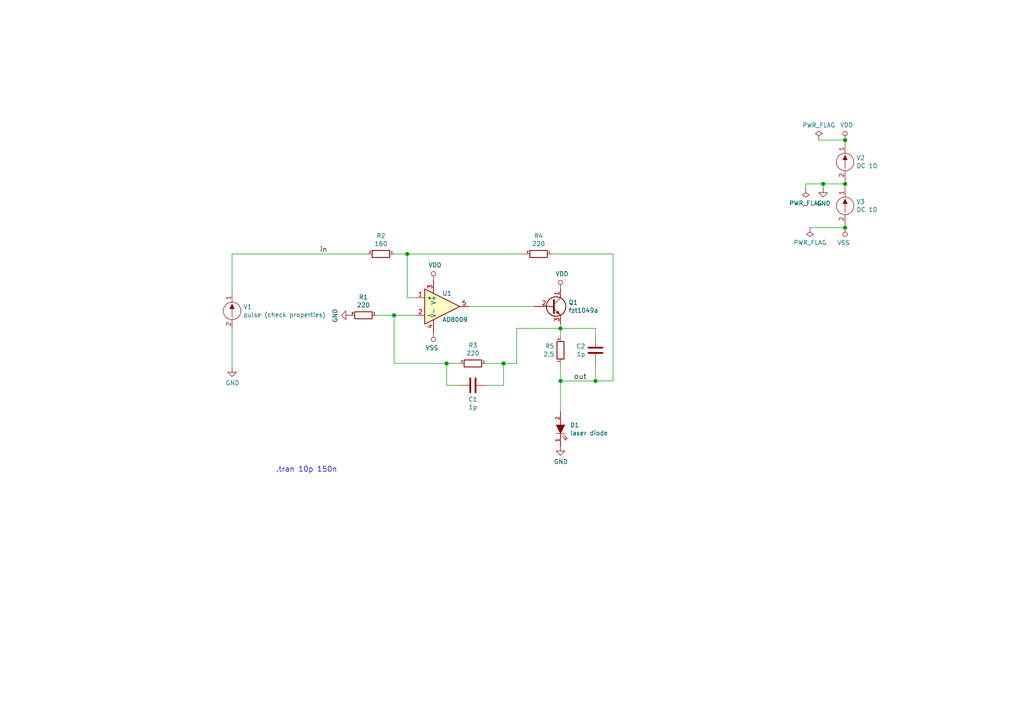
<source format=kicad_sch>
(kicad_sch (version 20220404) (generator eeschema)
  (paper "A4")
  (lib_symbols
    (symbol "R_1" (pin_names (offset 0) hide)
      (property "Reference" "R" (at 2.032 0 90))
      (property "Value" "R_1" (at 0 0 90))
      (symbol "R_1_0_1"
        (rectangle (start -1.016 -2.54) (end 1.016 2.54) (stroke (width 0.254)))
      )
      (symbol "R_1_1_1"
        (pin passive line (at 0 3.81 270) (length 1.27) (name "1") (number "1"))
        (pin passive line (at 0 -3.81 90) (length 1.27) (name "2") (number "2"))
      )
    )
    (symbol "R_2" (pin_names (offset 0) hide)
      (property "Reference" "R" (at 2.032 0 90))
      (property "Value" "R_2" (at 0 0 90))
      (symbol "R_2_0_1"
        (rectangle (start -1.016 -2.54) (end 1.016 2.54) (stroke (width 0.254)))
      )
      (symbol "R_2_1_1"
        (pin passive line (at 0 3.81 270) (length 1.27) (name "1") (number "1"))
        (pin passive line (at 0 -3.81 90) (length 1.27) (name "2") (number "2"))
      )
    )
    (symbol "R_3" (pin_names (offset 0) hide)
      (property "Reference" "R" (at 2.032 0 90))
      (property "Value" "R_3" (at 0 0 90))
      (symbol "R_3_0_1"
        (rectangle (start -1.016 -2.54) (end 1.016 2.54) (stroke (width 0.254)))
      )
      (symbol "R_3_1_1"
        (pin passive line (at 0 3.81 270) (length 1.27) (name "1") (number "1"))
        (pin passive line (at 0 -3.81 90) (length 1.27) (name "2") (number "2"))
      )
    )
    (symbol "R_4" (pin_names (offset 0) hide)
      (property "Reference" "R" (at 2.032 0 90))
      (property "Value" "R_4" (at 0 0 90))
      (symbol "R_4_0_1"
        (rectangle (start -1.016 -2.54) (end 1.016 2.54) (stroke (width 0.254)))
      )
      (symbol "R_4_1_1"
        (pin passive line (at 0 3.81 270) (length 1.27) (name "1") (number "1"))
        (pin passive line (at 0 -3.81 90) (length 1.27) (name "2") (number "2"))
      )
    )
    (symbol "laser_driver_schlib:C" (pin_numbers hide) (pin_names (offset 0.254))
      (property "Reference" "C" (at 0.635 2.54 0))
      (property "Value" "C" (at 0.635 -2.54 0))
      (symbol "C_0_1"
        (polyline (pts (xy -2.032 -0.762) (xy 2.032 -0.762)) (stroke (width 0.508)))
        (polyline (pts (xy -2.032 0.762) (xy 2.032 0.762)) (stroke (width 0.508)))
      )
      (symbol "C_1_1"
        (pin passive line (at 0 3.81 270) (length 2.794) (name "~") (number "1"))
        (pin passive line (at 0 -3.81 90) (length 2.794) (name "~") (number "2"))
      )
    )
    (symbol "laser_driver_schlib:GND" (power) (pin_names (offset 0))
      (property "Value" "GND" (at 0 -3.81 0))
      (symbol "GND_0_1"
        (polyline (pts (xy 0 0) (xy 0 -1.27) (xy 1.27 -1.27) (xy 0 -2.54) (xy -1.27 -1.27) (xy 0 -1.27)))
      )
      (symbol "GND_1_1"
        (pin power_in line (at 0 0 270) (length 0) hide (name "GND") (number "1"))
      )
    )
    (symbol "laser_driver_schlib:Generic_Opamp"
      (property "Reference" "U" (at 0 6.35 0))
      (property "Value" "Generic_Opamp" (at 0 3.81 0))
      (symbol "Generic_Opamp_0_1"
        (polyline (pts (xy -5.08 5.08) (xy 5.08 0) (xy -5.08 -5.08) (xy -5.08 5.08)) (stroke (width 0.254)) (fill (type background)))
      )
      (symbol "Generic_Opamp_1_1"
        (pin input line (at -7.62 2.54 0) (length 2.54) (name "+") (number "1"))
        (pin input line (at -7.62 -2.54 0) (length 2.54) (name "-") (number "2"))
        (pin power_in line (at -2.54 7.62 270) (length 3.81) (name "V+") (number "3"))
        (pin power_in line (at -2.54 -7.62 90) (length 3.81) (name "V-") (number "4"))
        (pin output line (at 7.62 0 180) (length 2.54) (name "~") (number "5"))
      )
    )
    (symbol "laser_driver_schlib:LED" (pin_names (offset 1.016) hide)
      (property "Reference" "D" (at 0 2.54 0))
      (property "Value" "LED" (at 0 -2.54 0))
      (symbol "LED_0_1"
        (polyline (pts (xy -1.27 1.27) (xy -1.27 -1.27)))
        (polyline (pts (xy -2.032 -0.635) (xy -3.175 -1.651) (xy -3.048 -1.016)))
        (polyline (pts (xy -1.651 -1.016) (xy -2.794 -2.032) (xy -2.667 -1.397)))
        (polyline (pts (xy 1.27 1.27) (xy -1.27 0) (xy 1.27 -1.27)) (fill (type outline)))
      )
      (symbol "LED_1_1"
        (pin passive line (at -5.08 0 0) (length 3.81) (name "K") (number "1"))
        (pin passive line (at 5.08 0 180) (length 3.81) (name "A") (number "2"))
      )
    )
    (symbol "laser_driver_schlib:Q_NPN_CBE" (pin_names (offset 0) hide)
      (property "Reference" "Q" (at 7.62 1.27 0))
      (property "Value" "Q_NPN_CBE" (at 15.24 -1.27 0))
      (symbol "Q_NPN_CBE_0_1"
        (polyline (pts (xy 0.635 0.635) (xy 2.54 2.54)))
        (polyline (pts (xy 0.635 -0.635) (xy 2.54 -2.54) (xy 2.54 -2.54)))
        (polyline (pts (xy 0.635 1.905) (xy 0.635 -1.905) (xy 0.635 -1.905)) (stroke (width 0.508)))
        (polyline (pts (xy 1.27 -1.778) (xy 1.778 -1.27) (xy 2.286 -2.286) (xy 1.27 -1.778) (xy 1.27 -1.778)) (fill (type outline)))
        (circle (center 1.27 0) (radius 2.8194) (stroke (width 0.254)))
      )
      (symbol "Q_NPN_CBE_1_1"
        (pin passive line (at 2.54 5.08 270) (length 2.54) (name "C") (number "1"))
        (pin input line (at -5.08 0 0) (length 5.715) (name "B") (number "2"))
        (pin passive line (at 2.54 -5.08 90) (length 2.54) (name "E") (number "3"))
      )
    )
    (symbol "laser_driver_schlib:R" (pin_names (offset 0) hide)
      (property "Reference" "R" (at 2.032 0 90))
      (property "Value" "R" (at 0 0 90))
      (symbol "R_0_1"
        (rectangle (start -1.016 -2.54) (end 1.016 2.54) (stroke (width 0.254)))
      )
      (symbol "R_1_1"
        (pin passive line (at 0 3.81 270) (length 1.27) (name "1") (number "1"))
        (pin passive line (at 0 -3.81 90) (length 1.27) (name "2") (number "2"))
      )
    )
    (symbol "laser_driver_schlib:VDD" (power) (pin_names (offset 0))
      (property "Value" "VDD" (at 0 3.81 0))
      (symbol "VDD_0_1"
        (polyline (pts (xy 0 0) (xy 0 1.27)))
        (circle (center 0 1.905) (radius 0.635))
      )
      (symbol "VDD_1_1"
        (pin power_in line (at 0 0 90) (length 0) hide (name "VDD") (number "1"))
      )
    )
    (symbol "laser_driver_schlib:VSOURCE" (pin_names (offset 1.016))
      (property "Reference" "V" (at 5.08 5.08 0))
      (symbol "VSOURCE_0_1"
        (polyline (pts (xy 0 -1.905) (xy 0 1.905)))
        (polyline (pts (xy 0 1.905) (xy -0.635 0.635) (xy 0.635 0.635) (xy 0 1.905)) (fill (type outline)))
        (circle (center 0 0) (radius 2.54))
      )
      (symbol "VSOURCE_1_1"
        (pin input line (at 0 5.08 270) (length 2.54) (name "~") (number "1"))
        (pin input line (at 0 -5.08 90) (length 2.54) (name "~") (number "2"))
      )
    )
    (symbol "laser_driver_schlib:VSS" (power) (pin_names (offset 0))
      (property "Value" "VSS" (at 0 3.81 0))
      (symbol "VSS_0_1"
        (polyline (pts (xy 0 0) (xy 0 1.27)))
        (circle (center 0 1.905) (radius 0.635))
      )
      (symbol "VSS_1_1"
        (pin power_in line (at 0 0 90) (length 0) hide (name "VSS") (number "1"))
      )
    )
    (symbol "power:PWR_FLAG" (power) (pin_numbers hide) (pin_names (offset 0) hide)
      (property "Value" "PWR_FLAG" (at 0 3.81 0))
      (symbol "PWR_FLAG_0_0"
        (pin power_out line (at 0 0 90) (length 0) (name "pwr") (number "1"))
      )
      (symbol "PWR_FLAG_0_1"
        (polyline (pts (xy 0 0) (xy 0 1.27) (xy -1.016 1.905) (xy 0 2.54) (xy 1.016 1.905) (xy 0 1.27)))
      )
    )
  )
  (junction (at 238.76 53.34) (diameter 1.016))
  (junction (at 146.05 105.41) (diameter 1.016))
  (junction (at 245.11 53.34) (diameter 1.016))
  (junction (at 162.56 95.25) (diameter 1.016))
  (junction (at 118.11 73.66) (diameter 1.016))
  (junction (at 245.11 66.04) (diameter 1.016))
  (junction (at 114.3 91.44) (diameter 1.016))
  (junction (at 129.54 105.41) (diameter 1.016))
  (junction (at 172.72 110.49) (diameter 1.016))
  (junction (at 162.56 110.49) (diameter 1.016))
  (junction (at 245.11 40.64) (diameter 1.016))
  (wire (pts (xy 162.56 110.49) (xy 162.56 119.38)))
  (wire (pts (xy 114.3 105.41) (xy 114.3 91.44)))
  (wire (pts (xy 146.05 111.76) (xy 146.05 105.41)))
  (wire (pts (xy 149.86 105.41) (xy 149.86 95.25)))
  (wire (pts (xy 67.31 106.68) (xy 67.31 95.25)))
  (wire (pts (xy 160.02 73.66) (xy 177.8 73.66)))
  (wire (pts (xy 129.54 105.41) (xy 133.35 105.41)))
  (wire (pts (xy 67.31 73.66) (xy 67.31 85.09)))
  (wire (pts (xy 114.3 105.41) (xy 129.54 105.41)))
  (wire (pts (xy 233.68 53.34) (xy 233.68 54.61)))
  (wire (pts (xy 114.3 91.44) (xy 120.65 91.44)))
  (wire (pts (xy 118.11 73.66) (xy 152.4 73.66)))
  (wire (pts (xy 245.11 53.34) (xy 245.11 54.61)))
  (wire (pts (xy 162.56 110.49) (xy 172.72 110.49)))
  (wire (pts (xy 245.11 40.64) (xy 245.11 41.91)))
  (wire (pts (xy 140.97 111.76) (xy 146.05 111.76)))
  (wire (pts (xy 146.05 105.41) (xy 149.86 105.41)))
  (wire (pts (xy 129.54 111.76) (xy 133.35 111.76)))
  (wire (pts (xy 172.72 110.49) (xy 177.8 110.49)))
  (wire (pts (xy 140.97 105.41) (xy 146.05 105.41)))
  (wire (pts (xy 245.11 52.07) (xy 245.11 53.34)))
  (wire (pts (xy 162.56 93.98) (xy 162.56 95.25)))
  (wire (pts (xy 237.49 40.64) (xy 245.11 40.64)))
  (wire (pts (xy 238.76 53.34) (xy 238.76 54.61)))
  (wire (pts (xy 149.86 95.25) (xy 162.56 95.25)))
  (wire (pts (xy 172.72 110.49) (xy 172.72 105.41)))
  (wire (pts (xy 177.8 73.66) (xy 177.8 110.49)))
  (wire (pts (xy 120.65 86.36) (xy 118.11 86.36)))
  (wire (pts (xy 238.76 53.34) (xy 245.11 53.34)))
  (wire (pts (xy 234.95 66.04) (xy 245.11 66.04)))
  (wire (pts (xy 245.11 66.04) (xy 245.11 64.77)))
  (wire (pts (xy 129.54 105.41) (xy 129.54 111.76)))
  (wire (pts (xy 135.89 88.9) (xy 154.94 88.9)))
  (wire (pts (xy 106.68 73.66) (xy 67.31 73.66)))
  (wire (pts (xy 233.68 53.34) (xy 238.76 53.34)))
  (wire (pts (xy 109.22 91.44) (xy 114.3 91.44)))
  (wire (pts (xy 162.56 105.41) (xy 162.56 110.49)))
  (wire (pts (xy 162.56 95.25) (xy 162.56 97.79)))
  (wire (pts (xy 172.72 95.25) (xy 172.72 97.79)))
  (wire (pts (xy 162.56 95.25) (xy 172.72 95.25)))
  (wire (pts (xy 118.11 86.36) (xy 118.11 73.66)))
  (wire (pts (xy 114.3 73.66) (xy 118.11 73.66)))
  (text ".tran 10p 150n" (at 80.01 137.16 0) (effects (font (size 1.524 1.524)) (justify left bottom)))
  (label "in" (at 92.71 73.66 0) (effects (font (size 1.524 1.524))))
  (label "out" (at 166.37 110.49 0) (effects (font (size 1.524 1.524))))
  (symbol (lib_id "laser_driver_schlib:VSOURCE") (at 67.31 90.17 0) (unit 1)
    (default_instance (reference "U") (unit 1) (value "") (footprint ""))
    (property "Reference" "V1" (at 70.5612 89.0016 0) (effects (justify left)))
    (property "Value" "pulse (check properties)" (at 70.5612 91.313 0) (effects (justify left)))
    (property "Spice_Primitive" "V" (effects hide))
    (property "Spice_Model" "pulse(0 3 100n 1n 1n 20n 100n )" (effects hide))
  )
  (symbol (lib_id "laser_driver_schlib:Generic_Opamp") (at 128.27 88.9 0) (unit 1)
    (default_instance (reference "U") (unit 1) (value "") (footprint ""))
    (property "Reference" "U1" (at 128.27 85.09 0) (effects (justify left)))
    (property "Value" "AD8009" (at 128.27 92.71 0) (effects (justify left)))
    (property "Fieldname" "Value" (effects hide))
    (property "Spice_Primitive" "X" (effects hide))
    (property "Spice_Model" "ad8009" (effects hide))
    (property "Spice_Netlist_Enabled" "Y" (effects hide))
    (property "Spice_Lib_File" "ad8009.lib" (effects hide))
  )
  (symbol (lib_id "laser_driver_schlib:VSOURCE") (at 245.11 46.99 0) (unit 1)
    (default_instance (reference "U") (unit 1) (value "") (footprint ""))
    (property "Reference" "V2" (at 248.3612 45.8216 0) (effects (justify left)))
    (property "Value" "DC 10" (at 248.3612 48.133 0) (effects (justify left)))
    (property "Fieldname" "Value" (effects hide))
    (property "Spice_Primitive" "V" (effects hide))
    (property "Spice_Node_Sequence" "1 2" (effects hide))
  )
  (symbol (lib_id "laser_driver_schlib:VSOURCE") (at 245.11 59.69 0) (unit 1)
    (default_instance (reference "U") (unit 1) (value "") (footprint ""))
    (property "Reference" "V3" (at 248.3612 58.5216 0) (effects (justify left)))
    (property "Value" "DC 10" (at 248.3612 60.833 0) (effects (justify left)))
    (property "Fieldname" "Value" (effects hide))
    (property "Spice_Primitive" "V" (effects hide))
    (property "Spice_Node_Sequence" "1 2" (effects hide))
  )
  (symbol (lib_id "laser_driver_schlib:GND") (at 238.76 54.61 0) (unit 1)
    (default_instance (reference "U") (unit 1) (value "") (footprint ""))
    (property "Reference" "#PWR07" (effects hide))
    (property "Value" "GND" (at 238.887 59.0042 0))
  )
  (symbol (lib_id "laser_driver_schlib:VDD") (at 245.11 40.64 0) (unit 1)
    (default_instance (reference "U") (unit 1) (value "") (footprint ""))
    (property "Reference" "#PWR08" (effects hide))
    (property "Value" "VDD" (at 245.5418 36.2458 0))
  )
  (symbol (lib_id "laser_driver_schlib:VSS") (at 245.11 66.04 180) (unit 1)
    (default_instance (reference "U") (unit 1) (value "") (footprint ""))
    (property "Reference" "#PWR09" (effects hide))
    (property "Value" "VSS" (at 244.6528 70.4342 0))
  )
  (symbol (lib_id "laser_driver_schlib:VDD") (at 125.73 81.28 0) (unit 1)
    (default_instance (reference "U") (unit 1) (value "") (footprint ""))
    (property "Reference" "#PWR03" (effects hide))
    (property "Value" "VDD" (at 126.1618 76.8858 0))
  )
  (symbol (lib_id "laser_driver_schlib:VSS") (at 125.73 96.52 180) (unit 1)
    (default_instance (reference "U") (unit 1) (value "") (footprint ""))
    (property "Reference" "#PWR04" (effects hide))
    (property "Value" "VSS" (at 125.2728 100.9142 0))
  )
  (symbol (lib_id "laser_driver_schlib:C") (at 172.72 101.6 180) (unit 1)
    (default_instance (reference "U") (unit 1) (value "") (footprint ""))
    (property "Reference" "C2" (at 169.799 100.4316 0) (effects (justify left)))
    (property "Value" "1p" (at 169.799 102.743 0) (effects (justify left)))
  )
  (symbol (lib_id "laser_driver_schlib:R") (at 162.56 101.6 180) (unit 1)
    (default_instance (reference "U") (unit 1) (value "") (footprint ""))
    (property "Reference" "R5" (at 160.8074 100.4316 0) (effects (justify left)))
    (property "Value" "2.5" (at 160.8074 102.743 0) (effects (justify left)))
  )
  (symbol (lib_name "R_1") (lib_id "laser_driver_schlib:R") (at 105.41 91.44 270) (unit 1)
    (default_instance (reference "U") (unit 1) (value "") (footprint ""))
    (property "Reference" "R1" (at 105.41 86.1822 90))
    (property "Value" "220" (at 105.41 88.4936 90))
  )
  (symbol (lib_name "R_4") (lib_id "laser_driver_schlib:R") (at 137.16 105.41 270) (unit 1)
    (default_instance (reference "U") (unit 1) (value "") (footprint ""))
    (property "Reference" "R3" (at 137.16 100.1522 90))
    (property "Value" "220" (at 137.16 102.4636 90))
  )
  (symbol (lib_id "laser_driver_schlib:Q_NPN_CBE") (at 160.02 88.9 0) (unit 1)
    (default_instance (reference "U") (unit 1) (value "") (footprint ""))
    (property "Reference" "Q1" (at 164.8714 87.7316 0) (effects (justify left)))
    (property "Value" "fzt1049a" (at 164.8714 90.043 0) (effects (justify left)))
    (property "Fieldname" "Value" (effects hide))
    (property "Spice_Primitive" "Q" (effects hide))
    (property "Spice_Model" "fzt1049a" (effects hide))
    (property "Spice_Netlist_Enabled" "Y" (effects hide))
    (property "Spice_Lib_File" "fzt1049a.lib" (effects hide))
  )
  (symbol (lib_id "laser_driver_schlib:C") (at 137.16 111.76 90) (unit 1)
    (default_instance (reference "U") (unit 1) (value "") (footprint ""))
    (property "Reference" "C1" (at 137.16 115.824 90))
    (property "Value" "1p" (at 137.16 118.1354 90))
  )
  (symbol (lib_id "laser_driver_schlib:LED") (at 162.56 124.46 90) (unit 1)
    (default_instance (reference "U") (unit 1) (value "") (footprint ""))
    (property "Reference" "D1" (at 165.3032 123.2916 90) (effects (justify right)))
    (property "Value" "laser diode" (at 165.3032 125.603 90) (effects (justify right)))
    (property "Fieldname" "qtlp690c" (effects hide))
    (property "Spice_Primitive" "D" (effects hide))
    (property "Spice_Model" "laser" (effects hide))
    (property "Spice_Netlist_Enabled" "Y" (effects hide))
    (property "Spice_Lib_File" "laser.lib" (effects hide))
    (property "Spice_Node_Sequence" "2 1" (effects hide))
  )
  (symbol (lib_id "laser_driver_schlib:GND") (at 162.56 129.54 0) (unit 1)
    (default_instance (reference "U") (unit 1) (value "") (footprint ""))
    (property "Reference" "#PWR06" (effects hide))
    (property "Value" "GND" (at 162.687 133.9342 0))
  )
  (symbol (lib_name "R_3") (lib_id "laser_driver_schlib:R") (at 156.21 73.66 270) (unit 1)
    (default_instance (reference "U") (unit 1) (value "") (footprint ""))
    (property "Reference" "R4" (at 156.21 68.4022 90))
    (property "Value" "220" (at 156.21 70.7136 90))
  )
  (symbol (lib_name "R_2") (lib_id "laser_driver_schlib:R") (at 110.49 73.66 270) (unit 1)
    (default_instance (reference "U") (unit 1) (value "") (footprint ""))
    (property "Reference" "R2" (at 110.49 68.4022 90))
    (property "Value" "160" (at 110.49 70.7136 90))
  )
  (symbol (lib_id "laser_driver_schlib:GND") (at 101.6 91.44 270) (unit 1)
    (default_instance (reference "U") (unit 1) (value "") (footprint ""))
    (property "Reference" "#PWR02" (effects hide))
    (property "Value" "GND" (at 97.2058 91.567 0))
  )
  (symbol (lib_id "laser_driver_schlib:GND") (at 67.31 106.68 0) (unit 1)
    (default_instance (reference "U") (unit 1) (value "") (footprint ""))
    (property "Reference" "#PWR01" (effects hide))
    (property "Value" "GND" (at 67.437 111.0742 0))
  )
  (symbol (lib_id "laser_driver_schlib:VDD") (at 162.56 83.82 0) (unit 1)
    (default_instance (reference "U") (unit 1) (value "") (footprint ""))
    (property "Reference" "#PWR0101" (effects hide))
    (property "Value" "VDD" (at 162.9918 79.4258 0))
  )
  (symbol (lib_id "power:PWR_FLAG") (at 237.49 40.64 0) (unit 1)
    (default_instance (reference "U") (unit 1) (value "") (footprint ""))
    (property "Reference" "#FLG0101" (effects hide))
    (property "Value" "PWR_FLAG" (at 237.49 36.3156 0))
  )
  (symbol (lib_id "power:PWR_FLAG") (at 233.68 54.61 180) (unit 1)
    (default_instance (reference "U") (unit 1) (value "") (footprint ""))
    (property "Reference" "#FLG0103" (effects hide))
    (property "Value" "PWR_FLAG" (at 233.68 58.9344 0))
  )
  (symbol (lib_id "power:PWR_FLAG") (at 234.95 66.04 180) (unit 1)
    (default_instance (reference "U") (unit 1) (value "") (footprint ""))
    (property "Reference" "#FLG0102" (effects hide))
    (property "Value" "PWR_FLAG" (at 234.95 70.3644 0))
  )
)
</source>
